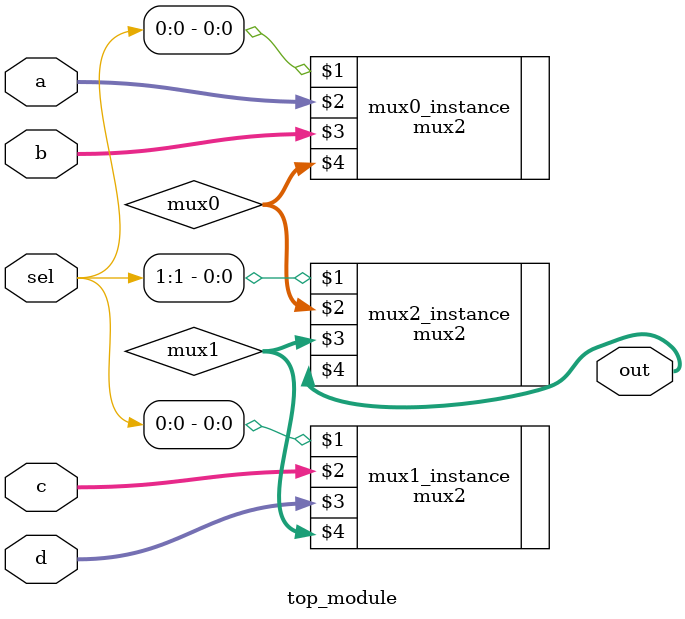
<source format=v>
module top_module (
    input [1:0] sel, 
    input [7:0] a,
    input [7:0] b,
    input [7:0] c,
    input [7:0] d,
    output [7:0] out  ); // sel 00 01 10 11

    wire [7:0] mux0, mux1;
    mux2 mux0_instance ( sel[0],    a,    b, mux0 ); 
    mux2 mux1_instance ( sel[0],    c,    d, mux1 ); 
    mux2 mux2_instance ( sel[1], mux0, mux1,  out );

endmodule

</source>
